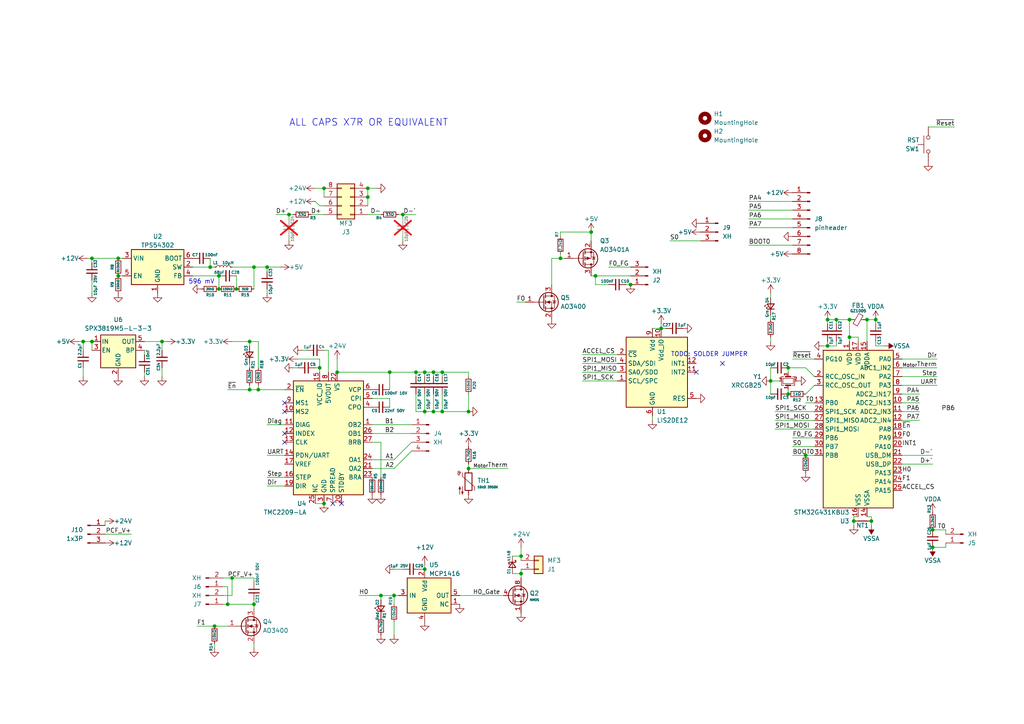
<source format=kicad_sch>
(kicad_sch (version 20231120) (generator "eeschema") (generator_version "8.0")
  (paper "A4")
  (junction (at 223.52 110.49))
  (junction (at 97.79 107.95))
  (junction (at 106.68 57.15))
  (junction (at 68.58 83.82))
  (junction (at 228.6 106.68))
  (junction (at 24.13 99.06))
  (junction (at 26.67 74.93))
  (junction (at 93.98 146.05))
  (junction (at 251.46 92.71))
  (junction (at 77.47 77.47))
  (junction (at 92.71 106.68))
  (junction (at 123.19 107.95))
  (junction (at 247.65 151.13))
  (junction (at 182.88 82.55))
  (junction (at 74.93 113.03))
  (junction (at 270.51 153.67))
  (junction (at 106.68 54.61))
  (junction (at 125.73 119.38))
  (junction (at 46.99 99.06))
  (junction (at 67.31 167.64))
  (junction (at 125.73 107.95))
  (junction (at 113.03 107.95))
  (junction (at 254 92.71))
  (junction (at 246.38 92.71))
  (junction (at 171.45 67.31))
  (junction (at 72.39 113.03))
  (junction (at 172.72 80.01))
  (junction (at 116.84 62.23))
  (junction (at 63.5 83.82))
  (junction (at 123.19 165.1))
  (junction (at 252.73 151.13))
  (junction (at 114.3 172.72))
  (junction (at 135.89 135.89))
  (junction (at 34.29 74.93))
  (junction (at 66.04 175.26))
  (junction (at 73.66 77.47))
  (junction (at 135.89 119.38))
  (junction (at 162.56 74.93))
  (junction (at 110.49 172.72))
  (junction (at 128.27 119.38))
  (junction (at 83.82 62.23))
  (junction (at 151.13 166.37))
  (junction (at 26.67 99.06))
  (junction (at 60.96 77.47))
  (junction (at 93.98 54.61))
  (junction (at 240.03 92.71))
  (junction (at 34.29 80.01))
  (junction (at 120.65 107.95))
  (junction (at 73.66 175.26))
  (junction (at 191.77 95.25))
  (junction (at 62.23 181.61))
  (junction (at 72.39 99.06))
  (junction (at 240.03 100.33))
  (junction (at 228.6 114.3))
  (junction (at 233.68 132.08))
  (junction (at 63.5 80.01))
  (junction (at 270.51 158.75))
  (junction (at 242.57 92.71))
  (junction (at 123.19 119.38))
  (junction (at 128.27 107.95))
  (junction (at 151.13 161.29))
  (junction (at 246.38 97.79))
  (no_connect (at 99.06 146.05))
  (no_connect (at 82.55 128.27))
  (no_connect (at 96.52 146.05))
  (no_connect (at 82.55 119.38))
  (no_connect (at 209.55 105.41))
  (no_connect (at 82.55 116.84))
  (no_connect (at 82.55 125.73))
  (no_connect (at 201.93 107.95))
  (wire (pts (xy 242.57 99.06) (xy 242.57 100.33)))
  (wire (pts (xy 116.84 62.23) (xy 116.84 63.5)))
  (wire (pts (xy 224.79 124.46) (xy 236.22 124.46)))
  (wire (pts (xy 116.84 62.23) (xy 115.57 62.23)))
  (wire (pts (xy 120.65 114.3) (xy 120.65 119.38)))
  (wire (pts (xy 114.3 133.35) (xy 107.95 133.35)))
  (wire (pts (xy 229.87 129.54) (xy 236.22 129.54)))
  (wire (pts (xy 223.52 106.68) (xy 223.52 110.49)))
  (wire (pts (xy 106.68 57.15) (xy 106.68 59.69)))
  (wire (pts (xy 72.39 113.03) (xy 74.93 113.03)))
  (wire (pts (xy 271.78 104.14) (xy 261.62 104.14)))
  (wire (pts (xy 240.03 100.33) (xy 242.57 100.33)))
  (wire (pts (xy 73.66 173.99) (xy 73.66 175.26)))
  (wire (pts (xy 148.59 161.29) (xy 151.13 161.29)))
  (wire (pts (xy 162.56 67.31) (xy 171.45 67.31)))
  (wire (pts (xy 97.79 107.95) (xy 113.03 107.95)))
  (wire (pts (xy 128.27 119.38) (xy 135.89 119.38)))
  (wire (pts (xy 135.89 114.3) (xy 135.89 119.38)))
  (wire (pts (xy 135.89 107.95) (xy 135.89 109.22)))
  (wire (pts (xy 110.49 172.72) (xy 114.3 172.72)))
  (wire (pts (xy 223.52 110.49) (xy 226.06 110.49)))
  (wire (pts (xy 81.28 77.47) (xy 77.47 77.47)))
  (wire (pts (xy 247.65 151.13) (xy 247.65 149.86)))
  (wire (pts (xy 114.3 184.15) (xy 114.3 180.34)))
  (wire (pts (xy 266.7 114.3) (xy 261.62 114.3)))
  (wire (pts (xy 114.3 172.72) (xy 115.57 172.72)))
  (wire (pts (xy 236.22 111.76) (xy 233.68 114.3)))
  (wire (pts (xy 151.13 166.37) (xy 151.13 165.1)))
  (wire (pts (xy 93.98 59.69) (xy 92.71 59.69)))
  (wire (pts (xy 191.77 95.25) (xy 193.04 95.25)))
  (wire (pts (xy 80.01 62.23) (xy 83.82 62.23)))
  (wire (pts (xy 41.91 107.95) (xy 41.91 109.22)))
  (wire (pts (xy 269.24 36.83) (xy 276.86 36.83)))
  (wire (pts (xy 189.23 121.92) (xy 189.23 120.65)))
  (wire (pts (xy 73.66 187.96) (xy 73.66 186.69)))
  (wire (pts (xy 133.35 172.72) (xy 146.05 172.72)))
  (wire (pts (xy 90.17 62.23) (xy 93.98 62.23)))
  (wire (pts (xy 162.56 67.31) (xy 162.56 68.58)))
  (wire (pts (xy 254 100.33) (xy 256.54 100.33)))
  (wire (pts (xy 64.77 167.64) (xy 67.31 167.64)))
  (wire (pts (xy 97.79 104.14) (xy 97.79 107.95)))
  (wire (pts (xy 247.65 149.86) (xy 248.92 149.86)))
  (wire (pts (xy 66.04 175.26) (xy 64.77 175.26)))
  (wire (pts (xy 116.84 68.58) (xy 116.84 69.85)))
  (wire (pts (xy 93.98 54.61) (xy 91.44 54.61)))
  (wire (pts (xy 151.13 158.75) (xy 151.13 161.29)))
  (wire (pts (xy 85.09 106.68) (xy 86.36 106.68)))
  (wire (pts (xy 120.65 107.95) (xy 120.65 109.22)))
  (wire (pts (xy 125.73 119.38) (xy 128.27 119.38)))
  (wire (pts (xy 172.72 80.01) (xy 182.88 80.01)))
  (wire (pts (xy 77.47 123.19) (xy 82.55 123.19)))
  (wire (pts (xy 171.45 67.31) (xy 171.45 69.85)))
  (wire (pts (xy 73.66 175.26) (xy 66.04 175.26)))
  (wire (pts (xy 261.62 109.22) (xy 271.78 109.22)))
  (wire (pts (xy 228.6 106.68) (xy 228.6 107.95)))
  (wire (pts (xy 67.31 167.64) (xy 67.31 172.72)))
  (wire (pts (xy 83.82 62.23) (xy 83.82 63.5)))
  (wire (pts (xy 123.19 107.95) (xy 125.73 107.95)))
  (wire (pts (xy 242.57 92.71) (xy 242.57 93.98)))
  (wire (pts (xy 271.78 111.76) (xy 261.62 111.76)))
  (wire (pts (xy 125.73 107.95) (xy 125.73 109.22)))
  (wire (pts (xy 123.19 114.3) (xy 123.19 119.38)))
  (wire (pts (xy 116.84 62.23) (xy 120.65 62.23)))
  (wire (pts (xy 223.52 85.09) (xy 223.52 86.36)))
  (wire (pts (xy 229.87 104.14) (xy 236.22 104.14)))
  (wire (pts (xy 77.47 77.47) (xy 77.47 78.74)))
  (wire (pts (xy 113.03 107.95) (xy 113.03 113.03)))
  (wire (pts (xy 113.03 115.57) (xy 113.03 118.11)))
  (wire (pts (xy 246.38 97.79) (xy 248.92 97.79)))
  (wire (pts (xy 77.47 140.97) (xy 82.55 140.97)))
  (wire (pts (xy 26.67 85.09) (xy 26.67 81.28)))
  (wire (pts (xy 148.59 166.37) (xy 151.13 166.37)))
  (wire (pts (xy 92.71 106.68) (xy 92.71 107.95)))
  (wire (pts (xy 73.66 77.47) (xy 73.66 83.82)))
  (wire (pts (xy 125.73 114.3) (xy 125.73 119.38)))
  (wire (pts (xy 217.17 66.04) (xy 229.87 66.04)))
  (wire (pts (xy 77.47 85.09) (xy 77.47 83.82)))
  (wire (pts (xy 77.47 132.08) (xy 82.55 132.08)))
  (wire (pts (xy 217.17 63.5) (xy 229.87 63.5)))
  (wire (pts (xy 168.91 110.49) (xy 179.07 110.49)))
  (wire (pts (xy 114.3 172.72) (xy 114.3 175.26)))
  (wire (pts (xy 128.27 114.3) (xy 128.27 119.38)))
  (wire (pts (xy 223.52 92.71) (xy 223.52 91.44)))
  (wire (pts (xy 128.27 107.95) (xy 135.89 107.95)))
  (wire (pts (xy 26.67 101.6) (xy 26.67 99.06)))
  (wire (pts (xy 171.45 80.01) (xy 172.72 80.01)))
  (wire (pts (xy 60.96 74.93) (xy 60.96 77.47)))
  (wire (pts (xy 217.17 60.96) (xy 229.87 60.96)))
  (wire (pts (xy 83.82 68.58) (xy 83.82 69.85)))
  (wire (pts (xy 151.13 161.29) (xy 151.13 162.56)))
  (wire (pts (xy 110.49 172.72) (xy 110.49 173.99)))
  (wire (pts (xy 72.39 106.68) (xy 72.39 105.41)))
  (wire (pts (xy 251.46 149.86) (xy 252.73 149.86)))
  (wire (pts (xy 123.19 163.83) (xy 123.19 165.1)))
  (wire (pts (xy 26.67 74.93) (xy 26.67 76.2)))
  (wire (pts (xy 25.4 74.93) (xy 26.67 74.93)))
  (wire (pts (xy 125.73 107.95) (xy 128.27 107.95)))
  (wire (pts (xy 217.17 58.42) (xy 229.87 58.42)))
  (wire (pts (xy 46.99 101.6) (xy 46.99 99.06)))
  (wire (pts (xy 67.31 167.64) (xy 73.66 167.64)))
  (wire (pts (xy 194.31 69.85) (xy 203.2 69.85)))
  (wire (pts (xy 228.6 113.03) (xy 228.6 114.3)))
  (wire (pts (xy 172.72 82.55) (xy 176.53 82.55)))
  (wire (pts (xy 246.38 97.79) (xy 246.38 99.06)))
  (wire (pts (xy 251.46 92.71) (xy 251.46 99.06)))
  (wire (pts (xy 57.15 181.61) (xy 62.23 181.61)))
  (wire (pts (xy 233.68 132.08) (xy 236.22 132.08)))
  (wire (pts (xy 34.29 74.93) (xy 35.56 74.93)))
  (wire (pts (xy 114.3 135.89) (xy 119.38 130.81)))
  (wire (pts (xy 162.56 74.93) (xy 163.83 74.93)))
  (wire (pts (xy 30.48 151.13) (xy 30.48 152.4)))
  (wire (pts (xy 247.65 152.4) (xy 247.65 151.13)))
  (wire (pts (xy 252.73 152.4) (xy 252.73 151.13)))
  (wire (pts (xy 246.38 92.71) (xy 246.38 97.79)))
  (wire (pts (xy 251.46 92.71) (xy 254 92.71)))
  (wire (pts (xy 274.32 154.94) (xy 274.32 153.67)))
  (wire (pts (xy 242.57 92.71) (xy 246.38 92.71)))
  (wire (pts (xy 107.95 115.57) (xy 113.03 115.57)))
  (wire (pts (xy 123.19 119.38) (xy 125.73 119.38)))
  (wire (pts (xy 254 92.71) (xy 254 93.98)))
  (wire (pts (xy 67.31 77.47) (xy 73.66 77.47)))
  (wire (pts (xy 217.17 71.12) (xy 229.87 71.12)))
  (wire (pts (xy 149.86 87.63) (xy 152.4 87.63)))
  (wire (pts (xy 74.93 111.76) (xy 74.93 113.03)))
  (wire (pts (xy 254 99.06) (xy 254 100.33)))
  (wire (pts (xy 91.44 106.68) (xy 92.71 106.68)))
  (wire (pts (xy 135.89 135.89) (xy 147.32 135.89)))
  (wire (pts (xy 168.91 107.95) (xy 179.07 107.95)))
  (wire (pts (xy 46.99 106.68) (xy 46.99 109.22)))
  (wire (pts (xy 270.51 158.75) (xy 274.32 158.75)))
  (wire (pts (xy 62.23 181.61) (xy 66.04 181.61)))
  (wire (pts (xy 270.51 134.62) (xy 261.62 134.62)))
  (wire (pts (xy 91.44 146.05) (xy 93.98 146.05)))
  (wire (pts (xy 74.93 113.03) (xy 82.55 113.03)))
  (wire (pts (xy 168.91 102.87) (xy 179.07 102.87)))
  (wire (pts (xy 73.66 167.64) (xy 73.66 168.91)))
  (wire (pts (xy 224.79 121.92) (xy 236.22 121.92)))
  (wire (pts (xy 66.04 113.03) (xy 72.39 113.03)))
  (wire (pts (xy 72.39 99.06) (xy 72.39 100.33)))
  (wire (pts (xy 55.88 80.01) (xy 63.5 80.01)))
  (wire (pts (xy 62.23 187.96) (xy 62.23 186.69)))
  (wire (pts (xy 107.95 125.73) (xy 119.38 125.73)))
  (wire (pts (xy 24.13 101.6) (xy 24.13 99.06)))
  (wire (pts (xy 135.89 134.62) (xy 135.89 135.89)))
  (wire (pts (xy 252.73 149.86) (xy 252.73 151.13)))
  (wire (pts (xy 229.87 127) (xy 236.22 127)))
  (wire (pts (xy 24.13 109.22) (xy 24.13 106.68)))
  (wire (pts (xy 38.1 154.94) (xy 30.48 154.94)))
  (wire (pts (xy 168.91 105.41) (xy 179.07 105.41)))
  (wire (pts (xy 233.68 116.84) (xy 236.22 116.84)))
  (wire (pts (xy 151.13 167.64) (xy 151.13 166.37)))
  (wire (pts (xy 266.7 119.38) (xy 261.62 119.38)))
  (wire (pts (xy 95.25 101.6) (xy 95.25 107.95)))
  (wire (pts (xy 162.56 73.66) (xy 162.56 74.93)))
  (wire (pts (xy 41.91 99.06) (xy 46.99 99.06)))
  (wire (pts (xy 72.39 99.06) (xy 74.93 99.06)))
  (wire (pts (xy 189.23 95.25) (xy 191.77 95.25)))
  (wire (pts (xy 223.52 110.49) (xy 223.52 114.3)))
  (wire (pts (xy 113.03 107.95) (xy 120.65 107.95)))
  (wire (pts (xy 77.47 138.43) (xy 82.55 138.43)))
  (wire (pts (xy 63.5 80.01) (xy 63.5 83.82)))
  (wire (pts (xy 87.63 101.6) (xy 88.9 101.6)))
  (wire (pts (xy 24.13 99.06) (xy 26.67 99.06)))
  (wire (pts (xy 228.6 106.68) (xy 233.68 106.68)))
  (wire (pts (xy 176.53 77.47) (xy 182.88 77.47)))
  (wire (pts (xy 60.96 77.47) (xy 62.23 77.47)))
  (wire (pts (xy 114.3 133.35) (xy 119.38 128.27)))
  (wire (pts (xy 74.93 99.06) (xy 74.93 106.68)))
  (wire (pts (xy 46.99 99.06) (xy 48.26 99.06)))
  (wire (pts (xy 73.66 175.26) (xy 73.66 176.53)))
  (wire (pts (xy 270.51 132.08) (xy 261.62 132.08)))
  (wire (pts (xy 123.19 107.95) (xy 123.19 109.22)))
  (wire (pts (xy 271.78 106.68) (xy 261.62 106.68)))
  (wire (pts (xy 106.68 62.23) (xy 110.49 62.23)))
  (wire (pts (xy 123.19 119.38) (xy 120.65 119.38)))
  (wire (pts (xy 266.7 121.92) (xy 261.62 121.92)))
  (wire (pts (xy 93.98 101.6) (xy 95.25 101.6)))
  (wire (pts (xy 106.68 54.61) (xy 106.68 57.15)))
  (wire (pts (xy 26.67 74.93) (xy 34.29 74.93)))
  (wire (pts (xy 224.79 119.38) (xy 236.22 119.38)))
  (wire (pts (xy 34.29 80.01) (xy 35.56 80.01)))
  (wire (pts (xy 64.77 170.18) (xy 66.04 170.18)))
  (wire (pts (xy 83.82 62.23) (xy 85.09 62.23)))
  (wire (pts (xy 67.31 172.72) (xy 64.77 172.72)))
  (wire (pts (xy 160.02 74.93) (xy 160.02 82.55)))
  (wire (pts (xy 270.51 153.67) (xy 274.32 153.67)))
  (wire (pts (xy 72.39 111.76) (xy 72.39 113.03)))
  (wire (pts (xy 107.95 123.19) (xy 119.38 123.19)))
  (wire (pts (xy 77.47 77.47) (xy 73.66 77.47)))
  (wire (pts (xy 93.98 54.61) (xy 93.98 57.15)))
  (wire (pts (xy 233.68 106.68) (xy 236.22 109.22)))
  (wire (pts (xy 107.95 128.27) (xy 110.49 128.27)))
  (wire (pts (xy 41.91 102.87) (xy 41.91 101.6)))
  (wire (pts (xy 240.03 99.06) (xy 240.03 100.33)))
  (wire (pts (xy 172.72 82.55) (xy 172.72 80.01)))
  (wire (pts (xy 240.03 92.71) (xy 240.03 93.98)))
  (wire (pts (xy 274.32 157.48) (xy 274.32 158.75)))
  (wire (pts (xy 66.04 170.18) (xy 66.04 175.26)))
  (wire (pts (xy 266.7 116.84) (xy 261.62 116.84)))
  (wire (pts (xy 114.3 135.89) (xy 107.95 135.89)))
  (wire (pts (xy 86.36 104.14) (xy 92.71 104.14)))
  (wire (pts (xy 110.49 128.27) (xy 110.49 138.43)))
  (wire (pts (xy 22.86 99.06) (xy 24.13 99.06)))
  (wire (pts (xy 238.76 100.33) (xy 240.03 100.33)))
  (wire (pts (xy 104.14 172.72) (xy 110.49 172.72)))
  (wire (pts (xy 223.52 97.79) (xy 223.52 99.06)))
  (wire (pts (xy 240.03 92.71) (xy 242.57 92.71)))
  (wire (pts (xy 68.58 80.01) (xy 68.58 83.82)))
  (wire (pts (xy 229.87 132.08) (xy 233.68 132.08)))
  (wire (pts (xy 120.65 107.95) (xy 123.19 107.95)))
  (wire (pts (xy 191.77 93.98) (xy 191.77 95.25)))
  (wire (pts (xy 55.88 77.47) (xy 60.96 77.47)))
  (wire (pts (xy 114.3 165.1) (xy 116.84 165.1)))
  (wire (pts (xy 181.61 82.55) (xy 182.88 82.55)))
  (wire (pts (xy 109.22 54.61) (xy 106.68 54.61)))
  (wire (pts (xy 92.71 104.14) (xy 92.71 106.68)))
  (wire (pts (xy 128.27 107.95) (xy 128.27 109.22)))
  (wire (pts (xy 92.71 59.69) (xy 91.44 58.42)))
  (wire (pts (xy 121.92 165.1) (xy 123.19 165.1)))
  (wire (pts (xy 248.92 97.79) (xy 248.92 99.06)))
  (wire (pts (xy 160.02 74.93) (xy 162.56 74.93)))
  (wire (pts (xy 67.31 99.06) (xy 72.39 99.06)))
  (text "596 mV" (at 62.23 82.55 0) (effects (font (size 1.27 1.27)) (justify right bottom)))
  (text "ALL CAPS X7R OR EQUIVALENT" (at 83.82 36.83 0) (effects (font (size 2 2)) (justify left bottom)))
  (text "TODO: SOLDER JUMPER" (at 205.74 102.87 0) (effects (font (size 1.27 1.27))))
  (label "H0_Gate" (at 137.16 172.72 0))
  (label "_{Motor}Therm" (at 147.32 135.89 180))
  (label "A1" (at 114.3 133.35 180))
  (label "B2" (at 114.3 125.73 180))
  (label "~{Reset}" (at 229.87 104.14 0))
  (label "UART" (at 77.47 132.08 0))
  (label "SPI1_MOSI" (at 168.91 105.41 0))
  (label "D+'" (at 80.01 62.23 0))
  (label "D+" (at 90.17 62.23 0))
  (label "ACCEL_CS" (at 168.91 102.87 0))
  (label "H0" (at 261.62 137.16 0))
  (label "SPI1_SCK" (at 168.91 110.49 0))
  (label "SPI1_MOSI" (at 224.79 124.46 0))
  (label "Step" (at 77.47 138.43 0))
  (label "B1" (at 114.3 123.19 180))
  (label "SPI1_MISO" (at 168.91 107.95 0))
  (label "F0" (at 261.62 127 0))
  (label "BOOT0" (at 229.87 132.08 0))
  (label "D-'" (at 120.65 62.23 180))
  (label "D-'" (at 270.51 132.08 180))
  (label "PA7" (at 217.17 66.04 0))
  (label "F0" (at 149.86 87.63 0))
  (label "~{En}" (at 66.04 113.03 0))
  (label "PCF_V+" (at 66.04 167.64 0))
  (label "Dir" (at 77.47 140.97 0))
  (label "PCF_V+" (at 38.1 154.94 180))
  (label "F1" (at 261.62 139.7 0))
  (label "BOOT0" (at 217.17 71.12 0))
  (label "SPI1_SCK" (at 224.79 119.38 0))
  (label "D+'" (at 270.51 134.62 180))
  (label "Diag" (at 77.47 123.19 0))
  (label "~{Reset}" (at 276.86 36.83 180))
  (label "Dir" (at 271.78 104.14 180))
  (label "S0" (at 194.31 69.85 0))
  (label "PA6" (at 217.17 63.5 0))
  (label "PA4" (at 266.7 114.3 180))
  (label "PA5" (at 266.7 116.84 180))
  (label "F1" (at 57.15 181.61 0))
  (label "T0" (at 233.68 116.84 0))
  (label "S0" (at 229.87 129.54 0))
  (label "T0" (at 274.32 153.67 180))
  (label "INT1" (at 261.62 129.54 0))
  (label "F0_FG" (at 176.53 77.47 0))
  (label "SPI1_MISO" (at 224.79 121.92 0))
  (label "PA7" (at 266.7 121.92 180))
  (label "F0_FG" (at 229.87 127 0))
  (label "D-" (at 110.49 62.23 180))
  (label "H0" (at 104.14 172.72 0))
  (label "PA5" (at 217.17 60.96 0))
  (label "ACCEL_CS" (at 261.62 142.24 0))
  (label "A2" (at 114.3 135.89 180))
  (label "Step" (at 271.78 109.22 180))
  (label "~{En}" (at 261.62 124.46 0))
  (label "PB6" (at 273.05 119.38 0))
  (label "PA4" (at 217.17 58.42 0))
  (label "UART" (at 271.78 111.76 180))
  (label "PA6" (at 266.7 119.38 180))
  (label "_{Motor}Therm" (at 271.78 106.68 180))
  (symbol (lib_id "Device:R_Small") (at 162.56 71.12 180) (unit 1)
    (property "Reference" "R7" (at 161.56 68.85 90) (effects (font (size 0.8 0.8)) (justify right)))
    (property "Value" "2.2kΩ" (at 162.56 71.12 90) (effects (font (size 0.8 0.8))))
    (property "Footprint" "AlphaLib:0402R" (effects (hide yes)))
  )
  (symbol (lib_id "Device:C_Small") (at 123.19 111.76 0) (mirror y) (unit 1)
    (property "Reference" "C15" (at 124.19 110.76 90) (effects (font (size 0.8 0.8)) (justify left)))
    (property "Value" "10µF 50V" (at 124.19 112.76 90) (effects (font (size 0.8 0.8)) (justify right)))
    (property "Footprint" "Capacitor_SMD:C_1206_3216Metric" (effects (hide yes)))
  )
  (symbol (lib_id "Sensor_Motion:LIS2DE12") (at 189.23 107.95 0) (unit 1)
    (property "Reference" "U1" (at 190.5 119.38 0) (effects (justify left)))
    (property "Value" "LIS2DE12" (at 190.5 121.92 0) (effects (justify left)))
    (property "Footprint" "Package_LGA:LGA-12_2x2mm_P0.5mm" (effects (hide yes)))
    (property "Datasheet" "https://www.st.com/resource/en/datasheet/lis2DE12.pdf" (effects (hide yes)))
  )
  (symbol (lib_id "Connector:Conn_01x03_Pin") (at 187.96 80.01 180) (unit 1)
    (property "Reference" "J2" (at 189.23 81.28 0) (effects (justify right)))
    (property "Value" "XH" (at 189.23 78.74 0) (effects (justify right)))
    (property "Footprint" "corevus:JST_XH_1x03" (effects (hide yes)))
  )
  (symbol (lib_id "power:+24V") (at 97.79 104.14 0) (unit 1)
    (property "Reference" "#PWR023" (effects (hide yes)))
    (property "Value" "+24V" (at 97.79 100.33 0))
  )
  (symbol (lib_id "Device:R_Small") (at 114.3 177.8 180) (unit 1)
    (property "Reference" "R19" (at 113.3 175.53 90) (effects (font (size 0.8 0.8)) (justify right)))
    (property "Value" "10kΩ" (at 114.3 177.8 90) (effects (font (size 0.8 0.8))))
    (property "Footprint" "AlphaLib:0402R" (effects (hide yes)))
  )
  (symbol (lib_id "Device:C_Small") (at 270.51 156.21 0) (unit 1)
    (property "Reference" "C26" (at 269.51 155.21 90) (effects (font (size 0.8 0.8)) (justify left)))
    (property "Value" "1µF" (at 269.51 157.21 90) (effects (font (size 0.8 0.8)) (justify right)))
    (property "Footprint" "AlphaLib:0402C" (effects (hide yes)))
  )
  (symbol (lib_id "Device:C_Small") (at 73.66 171.45 180) (unit 1)
    (property "Reference" "C23" (at 74.66 172.45 90) (effects (font (size 0.8 0.8)) (justify left)))
    (property "Value" " 100nF 50V" (at 74.66 170.45 90) (effects (font (size 0.8 0.8)) (justify right)))
    (property "Footprint" "AlphaLib:0402C" (effects (hide yes)))
  )
  (symbol (lib_id "power:GND") (at 182.88 82.55 0) (mirror y) (unit 1)
    (property "Reference" "#PWR09" (effects (hide yes)))
    (property "Value" "GND" (effects (hide yes)))
  )
  (symbol (lib_id "Device:R_Small") (at 34.29 77.47 0) (mirror y) (unit 1)
    (property "Reference" "R8" (at 33.02 77.47 90) (effects (font (size 0.8 0.8)) (justify top)))
    (property "Value" "510kΩ" (at 34.29 77.47 90) (effects (font (size 0.6 0.6))))
    (property "Footprint" "AlphaLib:0402R" (effects (hide yes)))
  )
  (symbol (lib_id "Connector_Generic:Conn_01x02") (at 156.21 165.1 0) (mirror x) (unit 1)
    (property "Reference" "J1" (at 158.75 165.1 0) (effects (justify left)))
    (property "Value" "MF3" (at 158.75 162.56 0) (effects (justify left)))
    (property "Footprint" "corevus:Molex_Micro-Fit-3.0_436500215" (effects (hide yes)))
  )
  (symbol (lib_id "Device:LED_Small") (at 223.52 88.9 90) (unit 1)
    (property "Reference" "D4" (at 222.52 87.9 0) (effects (font (size 0.8 0.8)) (justify left)))
    (property "Value" "Grn" (at 222.52 89.9 0) (effects (font (size 0.8 0.8)) (justify right)))
    (property "Footprint" "AlphaLib:0402LED" (effects (hide yes)))
  )
  (symbol (lib_id "Device:C_Small") (at 110.49 113.03 90) (unit 1)
    (property "Reference" "C8" (at 109.49 114.03 90) (effects (font (size 0.8 0.8)) (justify left)))
    (property "Value" "100nF 16V" (at 111.49 114.03 90) (effects (font (size 0.8 0.8)) (justify right)))
    (property "Footprint" "AlphaLib:0402C" (effects (hide yes)))
  )
  (symbol (lib_id "power:GND") (at 110.49 184.15 0) (unit 1)
    (property "Reference" "#PWR066" (effects (hide yes)))
    (property "Value" "GND" (effects (hide yes)))
  )
  (symbol (lib_id "Device:C_Small") (at 226.06 106.68 270) (unit 1)
    (property "Reference" "C2" (at 227.06 105.68 90) (effects (font (size 0.8 0.8)) (justify left)))
    (property "Value" "10pF" (at 225.06 105.68 90) (effects (font (size 0.8 0.8)) (justify right)))
    (property "Footprint" "AlphaLib:0402C" (effects (hide yes)))
  )
  (symbol (lib_id "Device:C_Small") (at 83.82 66.04 0) (mirror y) (unit 1) (in_bom no) (on_board no) (dnp yes)
    (property "Reference" "C24" (at 84.82 65.04 90) (effects (font (size 0.8 0.8)) (justify left)))
    (property "Value" "10pF" (at 84.82 67.04 90) (effects (font (size 0.8 0.8)) (justify right)))
    (property "Footprint" "AlphaLib:0402C" (effects (hide yes)))
  )
  (symbol (lib_id "power:GND") (at 151.13 177.8 0) (unit 1)
    (property "Reference" "#PWR04" (effects (hide yes)))
    (property "Value" "GND" (effects (hide yes)))
  )
  (symbol (lib_id "power:GND") (at 223.52 110.49 270) (mirror x) (unit 1)
    (property "Reference" "#PWR038" (effects (hide yes)))
    (property "Value" "GND" (effects (hide yes)))
  )
  (symbol (lib_id "Device:NetTie_2") (at 250.19 151.13 0) (unit 1) (in_bom no)
    (property "Reference" "NT1" (at 250.19 152.4 0))
    (property "Value" "NetTie_2" (effects (hide yes)))
    (property "Footprint" "corevus:NetTie-2_SMD_Pad0.1mm" (effects (hide yes)))
  )
  (symbol (lib_id "Device:R_Small") (at 34.29 82.55 0) (mirror y) (unit 1)
    (property "Reference" "R9" (at 33.02 82.55 90) (effects (font (size 0.8 0.8)) (justify top)))
    (property "Value" "100kΩ" (at 34.29 82.55 90) (effects (font (size 0.6 0.6))))
    (property "Footprint" "AlphaLib:0402R" (effects (hide yes)))
  )
  (symbol (lib_id "Device:C_Small") (at 128.27 111.76 0) (mirror y) (unit 1)
    (property "Reference" "C17" (at 129.27 110.76 90) (effects (font (size 0.8 0.8)) (justify left)))
    (property "Value" "10µF 50V" (at 129.27 112.76 90) (effects (font (size 0.8 0.8)) (justify right)))
    (property "Footprint" "Capacitor_SMD:C_1206_3216Metric" (effects (hide yes)))
  )
  (symbol (lib_id "power:+3.3V") (at 86.36 104.14 90) (unit 1)
    (property "Reference" "#PWR027" (effects (hide yes)))
    (property "Value" "+3.3V" (at 83.82 104.14 90) (effects (justify left)))
  )
  (symbol (lib_id "Device:C_Small") (at 254 96.52 180) (unit 1)
    (property "Reference" "C13" (at 255 97.52 90) (effects (font (size 0.8 0.8)) (justify left)))
    (property "Value" "1µF" (at 255 95.52 90) (effects (font (size 0.8 0.8)) (justify right)))
    (property "Footprint" "AlphaLib:0402C" (effects (hide yes)))
  )
  (symbol (lib_id "power:GND") (at 135.89 119.38 90) (mirror x) (unit 1)
    (property "Reference" "#PWR024" (effects (hide yes)))
    (property "Value" "GND" (effects (hide yes)))
  )
  (symbol (lib_id "Device:R_Small") (at 231.14 114.3 90) (mirror x) (unit 1)
    (property "Reference" "R12" (at 231.14 115.57 90) (effects (font (size 0.8 0.8)) (justify top)))
    (property "Value" "1kΩ" (at 231.14 114.3 90) (effects (font (size 0.8 0.8))))
    (property "Footprint" "AlphaLib:0402R" (effects (hide yes)))
  )
  (symbol (lib_id "power:GND") (at 116.84 69.85 0) (unit 1)
    (property "Reference" "#PWR042" (effects (hide yes)))
    (property "Value" "GND" (effects (hide yes)))
  )
  (symbol (lib_id "Device:Crystal_GND24_Small") (at 228.6 110.49 90) (unit 1)
    (property "Reference" "Y1" (at 220.98 109.22 90) (effects (justify left)))
    (property "Value" "XRCGB25" (at 220.98 111.76 90) (effects (justify left)))
    (property "Footprint" "Crystal:Crystal_SMD_2016-4Pin_2.0x1.6mm" (effects (hide yes)))
  )
  (symbol (lib_id "Device:R_Small") (at 233.68 134.62 180) (unit 1)
    (property "Reference" "R2" (effects (hide yes)))
    (property "Value" "10kΩ" (at 233.68 134.62 90) (effects (font (size 0.8 0.8))))
    (property "Footprint" "AlphaLib:0402R" (effects (hide yes)))
  )
  (symbol (lib_id "power:VDDA") (at 254 92.71 0) (unit 1)
    (property "Reference" "#PWR044" (effects (hide yes)))
    (property "Value" "VDDA" (at 254 88.9 0))
  )
  (symbol (lib_id "Device:C_Small") (at 88.9 106.68 270) (unit 1)
    (property "Reference" "C5" (at 89.9 105.68 90) (effects (font (size 0.8 0.8)) (justify left)))
    (property "Value" "1µF" (at 87.9 105.68 90) (effects (font (size 0.8 0.8)) (justify right)))
    (property "Footprint" "AlphaLib:0402C" (effects (hide yes)))
  )
  (symbol (lib_id "power:GND") (at 109.22 54.61 90) (unit 1)
    (property "Reference" "#PWR02" (effects (hide yes)))
    (property "Value" "GND" (effects (hide yes)))
  )
  (symbol (lib_id "Connector:Conn_01x08_Pin") (at 234.95 63.5 0) (mirror y) (unit 1)
    (property "Reference" "J8" (at 236.22 63.5 0) (effects (justify right)))
    (property "Value" "pinheader" (at 236.22 66.04 0) (effects (justify right)))
    (property "Footprint" "corevus:PinHeader_1x08_P2.54mm_Vertical" (effects (hide yes)))
  )
  (symbol (lib_id "Device:Q_NMOS_GSD") (at 157.48 87.63 0) (unit 1)
    (property "Reference" "Q5" (at 162.56 86.36 0) (effects (justify left)))
    (property "Value" "AO3400" (at 162.56 88.9 0) (effects (justify left)))
    (property "Footprint" "Package_TO_SOT_SMD:SOT-23" (effects (hide yes)))
  )
  (symbol (lib_id "Device:R_Small") (at 74.93 109.22 0) (mirror x) (unit 1)
    (property "Reference" "R18" (at 75.93 106.95 90) (effects (font (size 0.8 0.8)) (justify right)))
    (property "Value" "10kΩ" (at 74.93 109.22 90) (effects (font (size 0.7 0.7))))
    (property "Footprint" "AlphaLib:0402R" (effects (hide yes)))
  )
  (symbol (lib_id "power:GND") (at 87.63 101.6 270) (unit 1)
    (property "Reference" "#PWR025" (effects (hide yes)))
    (property "Value" "GND" (effects (hide yes)))
  )
  (symbol (lib_id "power:GND") (at 135.89 143.51 0) (mirror y) (unit 1)
    (property "Reference" "#PWR054" (effects (hide yes)))
    (property "Value" "GND" (effects (hide yes)))
  )
  (symbol (lib_id "power:VSSA") (at 256.54 100.33 270) (unit 1)
    (property "Reference" "#PWR035" (effects (hide yes)))
    (property "Value" "VSSA" (at 259.08 100.33 90) (effects (justify left)))
  )
  (symbol (lib_id "Device:C_Small") (at 120.65 111.76 0) (mirror y) (unit 1)
    (property "Reference" "C14" (at 121.65 110.76 90) (effects (font (size 0.8 0.8)) (justify left)))
    (property "Value" "10µF 50V" (at 121.65 112.76 90) (effects (font (size 0.8 0.8)) (justify right)))
    (property "Footprint" "Capacitor_SMD:C_1206_3216Metric" (effects (hide yes)))
  )
  (symbol (lib_id "power:+5V") (at 203.2 67.31 90) (unit 1)
    (property "Reference" "#PWR07" (effects (hide yes)))
    (property "Value" "+5V" (at 200.66 67.31 90) (effects (justify left)))
  )
  (symbol (lib_id "Mechanical:MountingHole") (at 204.47 34.29 0) (unit 1)
    (property "Reference" "H1" (at 207.01 33.02 0) (effects (justify left)))
    (property "Value" "MountingHole" (at 207.01 35.56 0) (effects (justify left)))
    (property "Footprint" "MountingHole:MountingHole_3.2mm_M3" (effects (hide yes)))
  )
  (symbol (lib_id "Device:C_Small") (at 125.73 111.76 0) (mirror y) (unit 1)
    (property "Reference" "C16" (at 126.73 110.76 90) (effects (font (size 0.8 0.8)) (justify left)))
    (property "Value" "10µF 50V" (at 126.73 112.76 90) (effects (font (size 0.8 0.8)) (justify right)))
    (property "Footprint" "Capacitor_SMD:C_1206_3216Metric" (effects (hide yes)))
  )
  (symbol (lib_id "power:+12V") (at 91.44 58.42 90) (unit 1)
    (property "Reference" "#PWR015" (effects (hide yes)))
    (property "Value" "+12V" (at 88.9 58.42 90) (effects (justify left)))
  )
  (symbol (lib_id "power:GND") (at 41.91 109.22 0) (unit 1)
    (property "Reference" "#PWR064" (effects (hide yes)))
    (property "Value" "GND" (effects (hide yes)))
  )
  (symbol (lib_id "power:GND") (at 114.3 165.1 270) (unit 1)
    (property "Reference" "#PWR061" (effects (hide yes)))
    (property "Value" "GND" (effects (hide yes)))
  )
  (symbol (lib_id "Connector:Conn_01x03_Pin") (at 208.28 67.31 0) (mirror y) (unit 1)
    (property "Reference" "J9" (at 209.55 66.04 0) (effects (justify right)))
    (property "Value" "XH" (at 209.55 68.58 0) (effects (justify right)))
    (property "Footprint" "corevus:JST_XH_1x03" (effects (hide yes)))
  )
  (symbol (lib_id "Device:Q_NMOS_GSD") (at 71.12 181.61 0) (unit 1)
    (property "Reference" "Q4" (at 76.2 180.34 0) (effects (justify left)))
    (property "Value" "AO3400" (at 76.2 182.88 0) (effects (justify left)))
    (property "Footprint" "Package_TO_SOT_SMD:SOT-23" (effects (hide yes)))
  )
  (symbol (lib_id "Device:C_Small") (at 46.99 104.14 0) (mirror x) (unit 1)
    (property "Reference" "C34" (at 45.99 105.14 90) (effects (font (size 0.8 0.8)) (justify left)))
    (property "Value" "2.2µF" (at 45.99 103.14 90) (effects (font (size 0.8 0.8)) (justify right)))
    (property "Footprint" "AlphaLib:0402C" (effects (hide yes)))
  )
  (symbol (lib_id "Device:L_Small") (at 64.77 77.47 90) (unit 1)
    (property "Reference" "L1" (at 61.73 76.2 90) (effects (font (size 0.8 0.8)) (justify right)))
    (property "Value" "10µH" (at 67.81 76.2 90) (effects (font (size 0.8 0.8)) (justify left)))
    (property "Footprint" "corevus:L_Changjiang_FTC2520" (effects (hide yes)))
  )
  (symbol (lib_id "power:GND") (at 24.13 109.22 0) (unit 1)
    (property "Reference" "#PWR06" (effects (hide yes)))
    (property "Value" "GND" (effects (hide yes)))
  )
  (symbol (lib_id "Switch:SW_Push") (at 269.24 41.91 90) (mirror x) (unit 1)
    (property "Reference" "SW1" (at 266.7 43.18 90) (effects (justify left)))
    (property "Value" "RST" (at 266.7 40.64 90) (effects (justify left)))
    (property "Footprint" "corevus:ShouHan_TS24CA" (effects (hide yes)))
  )
  (symbol (lib_id "power:GND") (at 231.14 110.49 90) (mirror x) (unit 1)
    (property "Reference" "#PWR039" (effects (hide yes)))
    (property "Value" "GND" (effects (hide yes)))
  )
  (symbol (lib_id "power:GND") (at 133.35 175.26 0) (unit 1)
    (property "Reference" "#PWR067" (effects (hide yes)))
    (property "Value" "GND" (effects (hide yes)))
  )
  (symbol (lib_id "power:+5V") (at 171.45 67.31 0) (unit 1)
    (property "Reference" "#PWR010" (effects (hide yes)))
    (property "Value" "+5V" (at 171.45 63.5 0))
  )
  (symbol (lib_id "power:GND") (at 107.95 143.51 0) (unit 1)
    (property "Reference" "#PWR029" (effects (hide yes)))
    (property "Value" "GND" (effects (hide yes)))
  )
  (symbol (lib_id "power:VDDA") (at 270.51 148.59 0) (unit 1)
    (property "Reference" "#PWR045" (effects (hide yes)))
    (property "Value" "VDDA" (at 270.51 144.78 0))
  )
  (symbol (lib_id "Device:R_Small") (at 270.51 151.13 180) (unit 1)
    (property "Reference" "R13" (at 269.51 148.86 90) (effects (font (size 0.8 0.8)) (justify right)))
    (property "Value" "2.2kΩ" (at 270.51 151.13 90) (effects (font (size 0.7 0.7))))
    (property "Footprint" "AlphaLib:0402R" (effects (hide yes)))
  )
  (symbol (lib_id "Device:C_Small") (at 110.49 118.11 90) (unit 1)
    (property "Reference" "C9" (at 109.49 119.11 90) (effects (font (size 0.8 0.8)) (justify left)))
    (property "Value" "22nF 50V" (at 111.49 119.11 90) (effects (font (size 0.8 0.8)) (justify right)))
    (property "Footprint" "AlphaLib:0402C" (effects (hide yes)))
  )
  (symbol (lib_id "Device:C_Small") (at 242.57 96.52 0) (mirror y) (unit 1)
    (property "Reference" "C12" (at 243.57 95.52 90) (effects (font (size 0.8 0.8)) (justify left)))
    (property "Value" "1µF" (at 243.57 97.52 90) (effects (font (size 0.8 0.8)) (justify right)))
    (property "Footprint" "AlphaLib:0402C" (effects (hide yes)))
  )
  (symbol (lib_id "Device:C_Small") (at 119.38 165.1 270) (unit 1)
    (property "Reference" "C29" (at 120.38 164.1 90) (effects (font (size 0.8 0.8)) (justify left)))
    (property "Value" "1µF 25V" (at 118.38 164.1 90) (effects (font (size 0.8 0.8)) (justify right)))
    (property "Footprint" "AlphaLib:0402C" (effects (hide yes)))
  )
  (symbol (lib_id "Transistor_FET:AO3401A") (at 168.91 74.93 0) (mirror x) (unit 1)
    (property "Reference" "Q3" (at 173.99 69.85 0) (effects (justify left)))
    (property "Value" "AO3401A" (at 173.99 72.39 0) (effects (justify left)))
    (property "Footprint" "Package_TO_SOT_SMD:SOT-23" (effects (hide yes)))
    (property "Datasheet" "http://www.aosmd.com/pdfs/datasheet/AO3401A.pdf" (effects (hide yes)))
  )
  (symbol (lib_id "power:GND") (at 223.52 99.06 0) (mirror y) (unit 1)
    (property "Reference" "#PWR051" (effects (hide yes)))
    (property "Value" "GND" (effects (hide yes)))
  )
  (symbol (lib_id "power:+3.3V") (at 48.26 99.06 270) (mirror x) (unit 1)
    (property "Reference" "#PWR062" (effects (hide yes)))
    (property "Value" "+3.3V" (at 50.8 99.06 90) (effects (justify left)))
  )
  (symbol (lib_id "power:GND") (at 73.66 187.96 0) (unit 1)
    (property "Reference" "#PWR050" (effects (hide yes)))
    (property "Value" "GND" (effects (hide yes)))
  )
  (symbol (lib_id "Device:R_Small") (at 66.04 83.82 270) (unit 1)
    (property "Reference" "R11" (at 66.04 85.09 90) (effects (font (size 0.8 0.8)) (justify top)))
    (property "Value" "150kΩ" (at 66.04 83.82 90) (effects (font (size 0.6 0.6))))
    (property "Footprint" "AlphaLib:0402R" (effects (hide yes)))
  )
  (symbol (lib_id "power:VSSA") (at 252.73 152.4 180) (unit 1)
    (property "Reference" "#PWR034" (effects (hide yes)))
    (property "Value" "VSSA" (at 252.73 156.21 0))
  )
  (symbol (lib_id "Regulator_Linear:SPX3819M5-L-3-3") (at 34.29 101.6 0) (unit 1)
    (property "Reference" "U6" (at 34.29 92.71 0))
    (property "Value" "SPX3819M5-L-3-3" (at 34.29 95.25 0))
    (property "Footprint" "Package_TO_SOT_SMD:SOT-23-5" (effects (hide yes)))
    (property "Datasheet" "https://www.exar.com/content/document.ashx?id=22106&languageid=1033&type=Datasheet&partnumber=SPX3819&filename=SPX3819.pdf&part=SPX3819" (effects (hide yes)))
  )
  (symbol (lib_id "power:VSSA") (at 270.51 158.75 180) (unit 1)
    (property "Reference" "#PWR011" (effects (hide yes)))
    (property "Value" "VSSA" (at 270.51 162.56 0))
  )
  (symbol (lib_id "power:GND") (at 93.98 146.05 0) (unit 1)
    (property "Reference" "#PWR028" (effects (hide yes)))
    (property "Value" "GND" (effects (hide yes)))
  )
  (symbol (lib_id "Connector:Conn_01x02_Pin") (at 59.69 170.18 0) (mirror x) (unit 1)
    (property "Reference" "J6" (at 58.42 170.18 0) (effects (justify right)))
    (property "Value" "XH" (at 58.42 167.64 0) (effects (justify right)))
    (property "Footprint" "corevus:JST_XH_1x02" (effects (hide yes)))
  )
  (symbol (lib_id "power:GND") (at 26.67 85.09 0) (unit 1)
    (property "Reference" "#PWR055" (effects (hide yes)))
    (property "Value" "GND" (effects (hide yes)))
  )
  (symbol (lib_id "Device:R_Small") (at 87.63 62.23 90) (mirror x) (unit 1)
    (property "Reference" "R3" (at 89.9 63.23 90) (effects (font (size 0.8 0.8)) (justify right)))
    (property "Value" "33Ω" (at 87.63 62.23 90) (effects (font (size 0.8 0.8))))
    (property "Footprint" "AlphaLib:0402R" (effects (hide yes)))
  )
  (symbol (lib_id "power:+12V") (at 30.48 157.48 270) (unit 1)
    (property "Reference" "#PWR033" (effects (hide yes)))
    (property "Value" "+12V" (at 33.02 157.48 90) (effects (justify left)))
  )
  (symbol (lib_id "Device:R_Small") (at 107.95 140.97 0) (mirror x) (unit 1)
    (property "Reference" "R5" (at 108.95 138.97 90) (effects (font (size 0.8 0.8)) (justify right)))
    (property "Value" "100mΩ" (at 107.95 140.97 90) (effects (font (size 0.6 0.6))))
    (property "Footprint" "Resistor_SMD:R_0805_2012Metric" (effects (hide yes)))
  )
  (symbol (lib_id "power:GND") (at 189.23 121.92 0) (mirror y) (unit 1)
    (property "Reference" "#PWR012" (effects (hide yes)))
    (property "Value" "GND" (effects (hide yes)))
  )
  (symbol (lib_id "Regulator_Switching:TPS54302") (at 45.72 77.47 0) (unit 1)
    (property "Reference" "U2" (at 45.72 68.58 0))
    (property "Value" "TPS54302" (at 45.72 71.12 0))
    (property "Footprint" "Package_TO_SOT_SMD:SOT-23-6" (effects (hide yes)))
    (property "Datasheet" "http://www.ti.com/lit/ds/symlink/tps54302.pdf" (effects (hide yes)))
  )
  (symbol (lib_id "Device:R_Small") (at 110.49 140.97 0) (mirror x) (unit 1)
    (property "Reference" "R6" (at 111.49 138.97 90) (effects (font (size 0.8 0.8)) (justify right)))
    (property "Value" "100mΩ" (at 110.49 140.97 90) (effects (font (size 0.6 0.6))))
    (property "Footprint" "Resistor_SMD:R_0805_2012Metric" (effects (hide yes)))
  )
  (symbol (lib_id "power:+12V") (at 229.87 55.88 90) (mirror x) (unit 1)
    (property "Reference" "#PWR047" (effects (hide yes)))
    (property "Value" "+12V" (at 227.33 55.88 90) (effects (justify left)))
  )
  (symbol (lib_id "Device:LED_Small") (at 72.39 102.87 90) (unit 1)
    (property "Reference" "D3" (at 71.39 101.87 0) (effects (font (size 0.8 0.8)) (justify left)))
    (property "Value" "Grn" (at 71.39 103.87 0) (effects (font (size 0.8 0.8)) (justify right)))
    (property "Footprint" "corevus:XL1606" (effects (hide yes)))
  )
  (symbol (lib_id "power:GND") (at 233.68 137.16 0) (mirror y) (unit 1)
    (property "Reference" "#PWR020" (effects (hide yes)))
    (property "Value" "GND" (effects (hide yes)))
  )
  (symbol (lib_id "Device:C_Small") (at 91.44 101.6 270) (unit 1)
    (property "Reference" "C4" (at 92.44 100.6 90) (effects (font (size 0.8 0.8)) (justify left)))
    (property "Value" "1µF" (at 90.44 100.6 90) (effects (font (size 0.8 0.8)) (justify right)))
    (property "Footprint" "AlphaLib:0402C" (effects (hide yes)))
  )
  (symbol (lib_id "power:GND") (at 62.23 187.96 0) (mirror y) (unit 1)
    (property "Reference" "#PWR049" (effects (hide yes)))
    (property "Value" "GND" (effects (hide yes)))
  )
  (symbol (lib_id "power:+12V") (at 25.4 74.93 90) (unit 1)
    (property "Reference" "#PWR018" (effects (hide yes)))
    (property "Value" "+12V" (at 22.86 74.93 90) (effects (justify left)))
  )
  (symbol (lib_name "+12V_1") (lib_id "power:+12V") (at 123.19 163.83 0) (unit 1)
    (property "Reference" "#PWR058" (effects (hide yes)))
    (property "Value" "+12V" (at 123.19 158.75 0))
    (property "Description" "Power symbol creates a global label with name \"+12V\"" (effects (hide yes)))
  )
  (symbol (lib_id "Connector:Conn_01x04_Pin") (at 124.46 125.73 0) (mirror y) (unit 1)
    (property "Reference" "J4" (at 127 125.73 0))
    (property "Value" "XH" (at 127 128.27 0))
    (property "Footprint" "corevus:JST_XH_1x04-Side" (effects (hide yes)))
  )
  (symbol (lib_id "power:+5V") (at 229.87 73.66 90) (unit 1)
    (property "Reference" "#PWR046" (effects (hide yes)))
    (property "Value" "+5V" (at 227.33 73.66 90) (effects (justify left)))
  )
  (symbol (lib_id "power:GND") (at 46.99 109.22 0) (unit 1)
    (property "Reference" "#PWR063" (effects (hide yes)))
    (property "Value" "GND" (effects (hide yes)))
  )
  (symbol (lib_id "power:GND") (at 247.65 152.4 0) (mirror y) (unit 1)
    (property "Reference" "#PWR013" (effects (hide yes)))
    (property "Value" "GND" (effects (hide yes)))
  )
  (symbol (lib_id "Connector:Conn_01x02_Pin") (at 59.69 175.26 0) (mirror x) (unit 1)
    (property "Reference" "J7" (at 58.42 175.26 0) (effects (justify right)))
    (property "Value" "XH" (at 58.42 172.72 0) (effects (justify right)))
    (property "Footprint" "corevus:JST_XH_1x02" (effects (hide yes)))
  )
  (symbol (lib_id "power:+3.3V") (at 223.52 85.09 0) (unit 1)
    (property "Reference" "#PWR052" (effects (hide yes)))
    (property "Value" "+3.3V" (at 223.52 81.28 0))
  )
  (symbol (lib_id "power:+24V") (at 91.44 54.61 90) (unit 1)
    (property "Reference" "#PWR01" (effects (hide yes)))
    (property "Value" "+24V" (at 88.9 54.61 90) (effects (justify left)))
  )
  (symbol (lib_id "power:GND") (at 203.2 64.77 270) (unit 1)
    (property "Reference" "#PWR08" (effects (hide yes)))
    (property "Value" "GND" (effects (hide yes)))
  )
  (symbol (lib_id "power:GND") (at 238.76 100.33 270) (mirror x) (unit 1)
    (property "Reference" "#PWR031" (effects (hide yes)))
    (property "Value" "GND" (effects (hide yes)))
  )
  (symbol (lib_id "Device:R_Small") (at 72.39 109.22 0) (mirror x) (unit 1)
    (property "Reference" "R21" (at 73.39 106.95 90) (effects (font (size 0.8 0.8)) (justify right)))
    (property "Value" "2.2kΩ" (at 72.39 109.22 90) (effects (font (size 0.7 0.7))))
    (property "Footprint" "AlphaLib:0402R" (effects (hide yes)))
  )
  (symbol (lib_id "power:+5V") (at 22.86 99.06 90) (unit 1)
    (property "Reference" "#PWR065" (effects (hide yes)))
    (property "Value" "+5V" (at 20.32 99.06 90) (effects (justify left)))
  )
  (symbol (lib_id "Device:D_Schottky_Small") (at 148.59 163.83 270) (unit 1)
    (property "Reference" "D1" (at 147.59 164.83 0) (effects (font (size 0.8 0.8)) (justify left)))
    (property "Value" "4148" (at 147.59 162.83 0) (effects (font (size 0.8 0.8)) (justify right)))
    (property "Footprint" "corevus:D_SOD-323" (effects (hide yes)))
    (property "Sim.Device" "D" (effects (hide yes)))
    (property "Sim.Pins" "1=K 2=A" (effects (hide yes)))
  )
  (symbol (lib_id "power:GND") (at 45.72 85.09 0) (unit 1)
    (property "Reference" "#PWR017" (effects (hide yes)))
    (property "Value" "GND" (effects (hide yes)))
  )
  (symbol (lib_id "Driver_FET:MCP1416") (at 123.19 172.72 0) (unit 1)
    (property "Reference" "U5" (at 124.46 163.83 0) (effects (justify left)))
    (property "Value" "MCP1416" (at 124.46 166.37 0) (effects (justify left)))
    (property "Footprint" "Package_TO_SOT_SMD:SOT-23-5" (effects (hide yes)))
    (property "Datasheet" "http://ww1.microchip.com/downloads/en/DeviceDoc/20002092F.pdf" (effects (hide yes)))
    (property "Description" "1.5A High speed power MOSFET driver with non-inverting output, SOT-23-5" (effects (hide yes)))
  )
  (symbol (lib_id "Device:C_Small") (at 26.67 78.74 0) (mirror y) (unit 1)
    (property "Reference" "C32" (at 27.67 77.74 90) (effects (font (size 0.8 0.8)) (justify left)))
    (property "Value" "10µF 25V" (at 27.67 79.74 90) (effects (font (size 0.8 0.8)) (justify right)))
    (property "Footprint" "Capacitor_SMD:C_0805_2012Metric" (effects (hide yes)))
  )
  (symbol (lib_id "power:GND") (at 114.3 184.15 0) (unit 1)
    (property "Reference" "#PWR060" (effects (hide yes)))
    (property "Value" "GND" (effects (hide yes)))
  )
  (symbol (lib_id "Device:C_Small") (at 24.13 104.14 0) (mirror x) (unit 1)
    (property "Reference" "C1" (at 23.13 105.14 90) (effects (font (size 0.8 0.8)) (justify left)))
    (property "Value" "2.2µF" (at 23.13 103.14 90) (effects (font (size 0.8 0.8)) (justify right)))
    (property "Footprint" "AlphaLib:0402C" (effects (hide yes)))
  )
  (symbol (lib_id "power:GND") (at 123.19 180.34 0) (unit 1)
    (property "Reference" "#PWR059" (effects (hide yes)))
    (property "Value" "GND" (effects (hide yes)))
  )
  (symbol (lib_id "power:+3.3V") (at 191.77 93.98 0) (unit 1)
    (property "Reference" "#PWR036" (effects (hide yes)))
    (property "Value" "+3.3V" (at 191.77 90.17 0))
  )
  (symbol (lib_id "power:GND") (at 110.49 143.51 0) (unit 1)
    (property "Reference" "#PWR021" (effects (hide yes)))
    (property "Value" "GND" (effects (hide yes)))
  )
  (symbol (lib_id "Device:R_Small") (at 60.96 83.82 270) (unit 1)
    (property "Reference" "R10" (at 60.96 85.09 90) (effects (font (size 0.8 0.8)) (justify top)))
    (property "Value" "20kΩ" (at 60.96 83.82 90) (effects (font (size 0.6 0.6))))
    (property "Footprint" "AlphaLib:0402R" (effects (hide yes)))
  )
  (symbol (lib_id "Connector:Conn_01x03_Pin") (at 25.4 154.94 0) (unit 1)
    (property "Reference" "J10" (at 24.13 153.67 0) (effects (justify right)))
    (property "Value" "1x3P" (at 24.13 156.21 0) (effects (justify right)))
    (property "Footprint" "corevus:PinHeader_1x03_P2.54mm_Vertical" (effects (hide yes)))
  )
  (symbol (lib_id "Device:LED_Small") (at 110.49 176.53 90) (unit 1)
    (property "Reference" "D2" (at 109.49 175.53 0) (effects (font (size 0.8 0.8)) (justify left)))
    (property "Value" "Red" (at 109.49 177.53 0) (effects (font (size 0.8 0.8)) (justify right)))
    (property "Footprint" "corevus:XL1606" (effects (hide yes)))
  )
  (symbol (lib_id "Device:C_Small") (at 66.04 80.01 270) (unit 1)
    (property "Reference" "C28" (at 67.04 79.01 90) (effects (font (size 0.8 0.8)) (justify left)))
    (property "Value" "68pF " (at 65.77 79.01 90) (effects (font (size 0.8 0.8)) (justify right)))
    (property "Footprint" "AlphaLib:0402C" (effects (hide yes)))
  )
  (symbol (lib_id "power:GND") (at 269.24 46.99 0) (unit 1)
    (property "Reference" "#PWR022" (effects (hide yes)))
    (property "Value" "GND" (effects (hide yes)))
  )
  (symbol (lib_id "Device:R_Small") (at 135.89 132.08 0) (mirror x) (unit 1)
    (property "Reference" "R16" (at 137.16 132.08 90) (effects (font (size 0.8 0.8)) (justify top)))
    (property "Value" "4.7kΩ" (at 135.89 132.08 90) (effects (font (size 0.7 0.7))))
    (property "Footprint" "AlphaLib:0402R" (effects (hide yes)))
  )
  (symbol (lib_id "power:GND") (at 34.29 85.09 0) (unit 1)
    (property "Reference" "#PWR037" (effects (hide yes)))
    (property "Value" "GND" (effects (hide yes)))
  )
  (symbol (lib_id "Device:R_Small") (at 113.03 62.23 270) (unit 1)
    (property "Reference" "R4" (at 110.76 63.23 90) (effects (font (size 0.8 0.8)) (justify right)))
    (property "Value" "33Ω" (at 113.03 62.23 90) (effects (font (size 0.8 0.8))))
    (property "Footprint" "AlphaLib:0402R" (effects (hide yes)))
  )
  (symbol (lib_id "Device:R_Small") (at 71.12 83.82 270) (unit 1)
    (property "Reference" "R15" (at 71.12 85.09 90) (effects (font (size 0.8 0.8)) (justify top)))
    (property "Value" "51Ω" (at 71.12 83.82 90) (effects (font (size 0.6 0.6))))
    (property "Footprint" "AlphaLib:0402R" (effects (hide yes)))
  )
  (symbol (lib_id "Device:Thermistor_NTC") (at 135.89 139.7 0) (unit 1)
    (property "Reference" "TH1" (at 138.43 139.3825 0) (effects (justify left)))
    (property "Value" "10kΩ 3950K" (at 138.43 141.2875 0) (effects (font (size 0.635 0.635)) (justify left)))
    (property "Footprint" "AlphaLib:0402R" (effects (hide yes)))
  )
  (symbol (lib_id "Device:C_Small") (at 41.91 105.41 180) (unit 1)
    (property "Reference" "C31" (at 42.91 106.41 90) (effects (font (size 0.8 0.8)) (justify left)))
    (property "Value" "10nF" (at 42.91 104.41 90) (effects (font (size 0.8 0.8)) (justify right)))
    (property "Footprint" "AlphaLib:0402C" (effects (hide yes)))
  )
  (symbol (lib_id "Device:C_Small") (at 77.47 81.28 0) (mirror y) (unit 1)
    (property "Reference" "C33" (at 78.47 80.28 90) (effects (font (size 0.8 0.8)) (justify left)))
    (property "Value" "10µF" (at 78.47 82.28 90) (effects (font (size 0.8 0.8)) (justify right)))
    (property "Footprint" "Capacitor_SMD:C_0805_2012Metric" (effects (hide yes)))
  )
  (symbol (lib_id "corevus:NMOS_DFN8") (at 149.86 172.72 0) (unit 1)
    (property "Reference" "Q2" (at 153.6099 172.0793 0) (effects (justify left)))
    (property "Value" "NMOS" (at 153.6099 173.9843 0) (effects (font (size 0.635 0.635)) (justify left)))
    (property "Footprint" "corevus:MOSFET_DFN8" (effects (hide yes)))
  )
  (symbol (lib_id "Device:C_Small") (at 226.06 114.3 270) (mirror x) (unit 1)
    (property "Reference" "C3" (at 227.06 115.3 90) (effects (font (size 0.8 0.8)) (justify left)))
    (property "Value" "10pF" (at 225.06 115.3 90) (effects (font (size 0.8 0.8)) (justify right)))
    (property "Footprint" "AlphaLib:0402C" (effects (hide yes)))
  )
  (symbol (lib_id "power:+24V") (at 151.13 158.75 0) (unit 1)
    (property "Reference" "#PWR03" (effects (hide yes)))
    (property "Value" "+24V" (at 151.13 154.94 0))
  )
  (symbol (lib_id "power:+3.3V") (at 240.03 92.71 0) (unit 1)
    (property "Reference" "#PWR014" (effects (hide yes)))
    (property "Value" "+3.3V" (at 240.03 88.9 0))
  )
  (symbol (lib_id "power:+5V") (at 81.28 77.47 270) (mirror x) (unit 1)
    (property "Reference" "#PWR041" (effects (hide yes)))
    (property "Value" "+5V" (at 83.82 77.47 90) (effects (justify left)))
  )
  (symbol (lib_id "MCU_ST_STM32G4:STM32G431KBUx") (at 248.92 124.46 0) (unit 1)
    (property "Reference" "U3" (at 246.38 151.13 0) (effects (justify right)))
    (property "Value" "STM32G431KBU3" (at 246.38 148.59 0) (effects (justify right)))
    (property "Footprint" "Package_DFN_QFN:QFN-32-1EP_5x5mm_P0.5mm_EP3.45x3.45mm" (effects (hide yes)))
    (property "Datasheet" "https://www.st.com/resource/en/datasheet/stm32g431kb.pdf" (effects (hide yes)))
    (pin "10" (alternate "ADC2_IN13"))
    (pin "11" (alternate "ADC2_IN3"))
    (pin "12" (alternate "ADC2_IN4"))
    (pin "2" (alternate "RCC_OSC_IN"))
    (pin "21" (alternate "USB_DM"))
    (pin "22" (alternate "USB_DP"))
    (pin "26" (alternate "SPI1_SCK"))
    (pin "27" (alternate "SPI1_MISO"))
    (pin "28" (alternate "SPI1_MOSI"))
    (pin "3" (alternate "RCC_OSC_OUT"))
    (pin "6" (alternate "ADC1_IN2"))
    (pin "8" (alternate "PA3"))
    (pin "9" (alternate "ADC2_IN17"))
  )
  (symbol (lib_id "power:+24V") (at 30.48 151.13 270) (mirror x) (unit 1)
    (property "Reference" "#PWR030" (effects (hide yes)))
    (property "Value" "+24V" (at 33.02 151.13 90) (effects (justify left)))
  )
  (symbol (lib_id "Connector:Conn_01x02_Pin") (at 279.4 157.48 180) (unit 1)
    (property "Reference" "J5" (at 280.67 157.48 0) (effects (justify right)))
    (property "Value" "XH" (at 280.67 154.94 0) (effects (justify right)))
    (property "Footprint" "corevus:JST_XH_1x02" (effects (hide yes)))
  )
  (symbol (lib_id "power:GND") (at 201.93 115.57 90) (mirror x) (unit 1)
    (property "Reference" "#PWR032" (effects (hide yes)))
    (property "Value" "GND" (effects (hide yes)))
  )
  (symbol (lib_id "power:GND") (at 160.02 92.71 0) (mirror y) (unit 1)
    (property "Reference" "#PWR016" (effects (hide yes)))
    (property "Value" "GND" (effects (hide yes)))
  )
  (symbol (lib_id "Device:FerriteBead_Small") (at 248.92 92.71 90) (unit 1)
    (property "Reference" "FB1" (at 248.92 88.6 90))
    (property "Value" "GZ1005" (at 248.92 90.17 90) (effects (font (size 0.8 0.8))))
    (property "Footprint" "AlphaLib:0402" (effects (hide yes)))
  )
  (symbol (lib_id "corevus:TMC2209-LA") (at 95.25 127 0) (unit 1)
    (property "Reference" "U4" (at 88.9 146.05 0) (effects (justify right)))
    (property "Value" "TMC2209-LA" (at 88.9 148.59 0) (effects (justify right)))
    (property "Footprint" "Package_DFN_QFN:TQFN-28-1EP_5x5mm_P0.5mm_EP3.25x3.25mm_ThermalVias" (effects (hide yes)))
  )
  (symbol (lib_id "power:GND") (at 85.09 106.68 270) (unit 1)
    (property "Reference" "#PWR026" (effects (hide yes)))
    (property "Value" "GND" (effects (hide yes)))
  )
  (symbol (lib_id "power:+3.3V") (at 135.89 129.54 0) (unit 1)
    (property "Reference" "#PWR053" (effects (hide yes)))
    (property "Value" "+3.3V" (at 135.89 125.73 0))
  )
  (symbol (lib_id "Device:C_Small") (at 58.42 74.93 90) (mirror x) (unit 1)
    (property "Reference" "C7" (at 57.42 73.93 90) (effects (font (size 0.8 0.8)) (justify left)))
    (property "Value" "100nF " (at 59.42 73.93 90) (effects (font (size 0.8 0.8)) (justify right)))
    (property "Footprint" "AlphaLib:0402C" (effects (hide yes)))
    (property "LCSC" "C1525" (effects (hide yes)))
  )
  (symbol (lib_id "Device:R_Small") (at 110.49 181.61 0) (mirror x) (unit 1)
    (property "Reference" "R1" (at 111.49 179.34 90) (effects (font (size 0.8 0.8)) (justify right)))
    (property "Value" "4.7kΩ" (at 110.49 181.61 90) (effects (font (size 0.7 0.7))))
    (property "Footprint" "AlphaLib:0402R" (effects (hide yes)))
  )
  (symbol (lib_id "power:GND") (at 58.42 83.82 270) (unit 1)
    (property "Reference" "#PWR040" (effects (hide yes)))
    (property "Value" "GND" (effects (hide yes)))
  )
  (symbol (lib_id "power:GND") (at 34.29 109.22 0) (unit 1)
    (property "Reference" "#PWR05" (effects (hide yes)))
    (property "Value" "GND" (effects (hide yes)))
  )
  (symbol (lib_id "Device:R_Small") (at 135.89 111.76 0) (unit 1)
    (property "Reference" "R20" (at 137.16 111.76 90) (effects (font (size 0.8 0.8)) (justify top)))
    (property "Value" "510kΩ" (at 135.89 111.76 90) (effects (font (size 0.6 0.6))))
    (property "Footprint" "AlphaLib:0402R" (effects (hide yes)))
  )
  (symbol (lib_id "Device:R_Small") (at 223.52 95.25 0) (mirror x) (unit 1)
    (property "Reference" "R17" (at 224.52 92.98 90) (effects (font (size 0.8 0.8)) (justify right)))
    (property "Value" "2.2kΩ" (at 223.52 95.25 90) (effects (font (size 0.7 0.7))))
    (property "Footprint" "AlphaLib:0402R" (effects (hide yes)))
  )
  (symbol (lib_id "power:GND") (at 229.87 68.58 270) (mirror x) (unit 1)
    (property "Reference" "#PWR048" (effects (hide yes)))
    (property "Value" "GND" (effects (hide yes)))
  )
  (symbol (lib_id "Device:R_Small") (at 62.23 184.15 0) (mirror y) (unit 1)
    (property "Reference" "R14" (at 61.23 186.42 90) (effects (font (size 0.8 0.8)) (justify right)))
    (property "Value" "10kΩ" (at 62.23 184.15 90) (effects (font (size 0.8 0.8))))
    (property "Footprint" "AlphaLib:0402R" (effects (hide yes)))
  )
  (symbol (lib_id "Device:C_Small") (at 240.03 96.52 0) (mirror y) (unit 1)
    (property "Reference" "C11" (at 241.03 95.52 90) (effects (font (size 0.8 0.8)) (justify left)))
    (property "Value" "1µF" (at 241.03 97.52 90) (effects (font (size 0.8 0.8)) (justify right)))
    (property "Footprint" "AlphaLib:0402C" (effects (hide yes)))
  )
  (symbol (lib_id "Device:C_Small") (at 116.84 66.04 0) (mirror y) (unit 1) (in_bom no) (on_board no) (dnp yes)
    (property "Reference" "C25" (at 117.84 65.04 90) (effects (font (size 0.8 0.8)) (justify left)))
    (property "Value" "10pF" (at 117.84 67.04 90) (effects (font (size 0.8 0.8)) (justify right)))
    (property "Footprint" "AlphaLib:0402C" (effects (hide yes)))
  )
  (symbol (lib_id "Connector_Generic:Conn_02x04_Top_Bottom") (at 101.6 59.69 180) (unit 1)
    (property "Reference" "J3" (at 100.33 67.31 0))
    (property "Value" "MF3" (at 100.33 64.77 0))
    (property "Footprint" "corevus:XKB_X3025WRS-2x04E" (effects (hide yes)))
  )
  (symbol (lib_id "power:GND") (at 198.12 95.25 90) (mirror x) (unit 1)
    (property "Reference" "#PWR019" (effects (hide yes)))
    (property "Value" "GND" (effects (hide yes)))
  )
  (symbol (lib_id "power:+3.3V") (at 67.31 99.06 90) (unit 1)
    (property "Reference" "#PWR057" (effects (hide yes)))
    (property "Value" "+3.3V" (at 64.77 99.06 90) (effects (justify left)))
  )
  (symbol (lib_id "Device:C_Small") (at 195.58 95.25 90) (mirror x) (unit 1)
    (property "Reference" "C27" (at 194.58 94.25 90) (effects (font (size 0.8 0.8)) (justify left)))
    (property "Value" "1µF" (at 196.58 94.25 90) (effects (font (size 0.8 0.8)) (justify right)))
    (property "Footprint" "AlphaLib:0402C" (effects (hide yes)))
  )
  (symbol (lib_id "power:GND") (at 83.82 69.85 0) (unit 1)
    (property "Reference" "#PWR043" (effects (hide yes)))
    (property "Value" "GND" (effects (hide yes)))
  )
  (symbol (lib_id "power:GND") (at 77.47 85.09 0) (unit 1)
    (property "Reference" "#PWR056" (effects (hide yes)))
    (property "Value" "GND" (effects (hide yes)))
  )
  (symbol (lib_id "Device:C_Small") (at 179.07 82.55 270) (unit 1)
    (property "Reference" "C10" (at 180.07 81.55 90) (effects (font (size 0.8 0.8)) (justify left)))
    (property "Value" " 100nF" (at 178.07 81.55 90) (effects (font (size 0.8 0.8)) (justify right)))
    (property "Footprint" "AlphaLib:0402C" (effects (hide yes)))
  )
  (symbol (lib_id "Mechanical:MountingHole") (at 204.47 39.37 0) (unit 1)
    (property "Reference" "H2" (at 207.01 38.1 0) (effects (justify left)))
    (property "Value" "MountingHole" (at 207.01 40.64 0) (effects (justify left)))
    (property "Footprint" "MountingHole:MountingHole_3.2mm_M3" (effects (hide yes)))
  )
)
</source>
